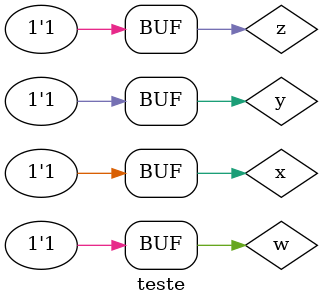
<source format=v>
module tabela (output s, input x, y, w, z);
//or((a xor c), not (nor(b',d'))
// (A+C')(A'+C)(B'+D') não é
// a'.c+b.d+a.c'
    assign s =  ~x&w|y&z|x&~w;
endmodule

module teste;
reg x;
reg y;
reg w;
reg z;
wire s;
tabela TABELA (s, x, y, w, z);
initial
begin
	x = 0;
	y = 0;
	w = 0;
	z = 0;
	$display("x y w z = s");
	$monitor("%b %b %b %b = %b", x, y, w, z, s);
	#1 x=0; y=0; w=0; z=1;
	#1 x=0; y=0; w=1; z=0;
	#1 x=0; y=0; w=1; z=1;
	#1 x=0; y=1; w=0; z=0;
	#1 x=0; y=1; w=0; z=1;
	#1 x=0; y=1; w=1; z=0;
	#1 x=0; y=1; w=1; z=1;
	#1 x=1; y=0; w=0; z=0;
	#1 x=1; y=0; w=0; z=1;
	#1 x=1; y=0; w=1; z=0;
	#1 x=1; y=0; w=1; z=1;
	#1 x=1; y=1; w=0; z=0;
	#1 x=1; y=1; w=0; z=1;
	#1 x=1; y=1; w=1; z=0;
	#1 x=1; y=1; w=1; z=1;

end
endmodule

</source>
